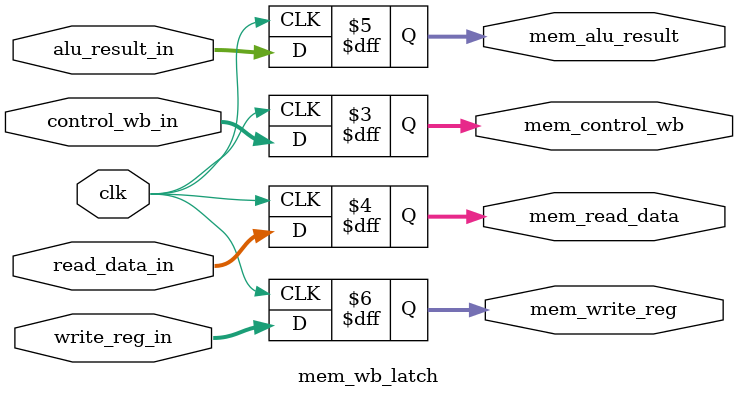
<source format=v>
`timescale 1ns / 1ps


module mem_wb_latch(
    input wire clk,
    input wire [1:0] control_wb_in,
    input wire [31:0] read_data_in,
    input wire [31:0] alu_result_in,
    input wire [4:0] write_reg_in,
    output reg [1:0] mem_control_wb,
    output reg [31:0] mem_read_data,
    output reg [31:0] mem_alu_result,
    output reg [4:0] mem_write_reg
    );
    
    initial begin
        mem_control_wb = 2'b00;
        mem_read_data = 32'h00000000;
        mem_alu_result = 32'h00000000;
        mem_write_reg = 5'h00;
    end

    always @(posedge clk) begin
        mem_control_wb <= control_wb_in;
        mem_read_data <= read_data_in;
        mem_alu_result <= alu_result_in;
        mem_write_reg <= write_reg_in;
    end
    
endmodule

</source>
